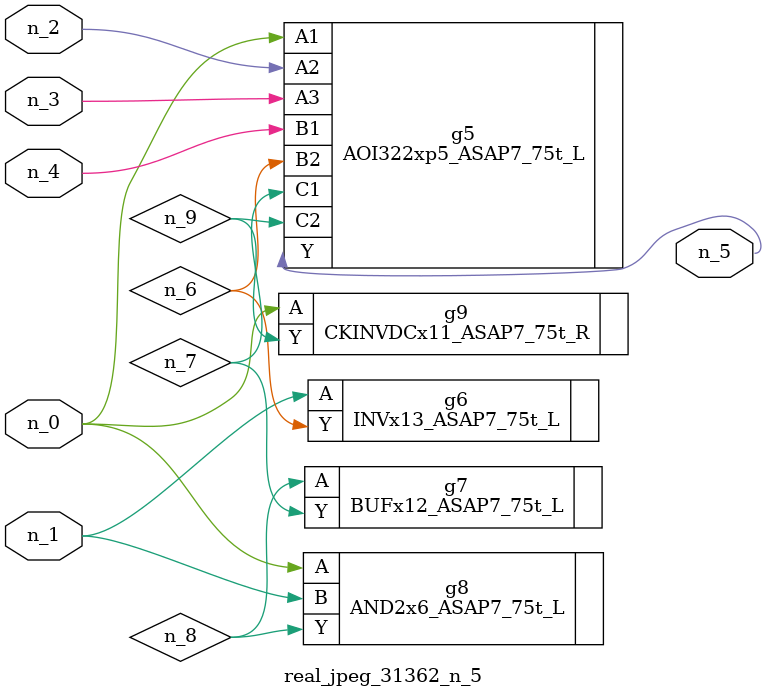
<source format=v>
module real_jpeg_31362_n_5 (n_4, n_0, n_1, n_2, n_3, n_5);

input n_4;
input n_0;
input n_1;
input n_2;
input n_3;

output n_5;

wire n_8;
wire n_6;
wire n_7;
wire n_9;

AOI322xp5_ASAP7_75t_L g5 ( 
.A1(n_0),
.A2(n_2),
.A3(n_3),
.B1(n_4),
.B2(n_6),
.C1(n_7),
.C2(n_9),
.Y(n_5)
);

AND2x6_ASAP7_75t_L g8 ( 
.A(n_0),
.B(n_1),
.Y(n_8)
);

CKINVDCx11_ASAP7_75t_R g9 ( 
.A(n_0),
.Y(n_9)
);

INVx13_ASAP7_75t_L g6 ( 
.A(n_1),
.Y(n_6)
);

BUFx12_ASAP7_75t_L g7 ( 
.A(n_8),
.Y(n_7)
);


endmodule
</source>
